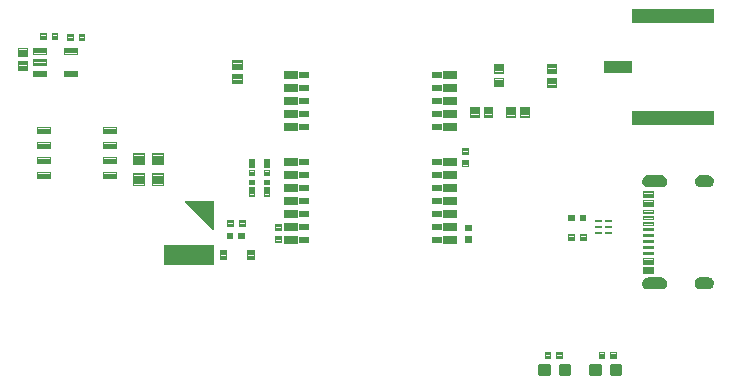
<source format=gtp>
G04 EAGLE Gerber RS-274X export*
G75*
%MOMM*%
%FSLAX34Y34*%
%LPD*%
%INSolderpaste Top*%
%IPPOS*%
%AMOC8*
5,1,8,0,0,1.08239X$1,22.5*%
G01*
%ADD10C,0.102000*%
%ADD11R,4.200000X1.700000*%
%ADD12C,0.100000*%
%ADD13C,0.300000*%
%ADD14C,0.100800*%
%ADD15C,0.099000*%
%ADD16R,1.200000X0.800000*%
%ADD17R,0.900000X0.600000*%
%ADD18C,0.102500*%
%ADD19R,2.400000X1.100000*%
%ADD20R,7.000000X1.250000*%

G36*
X222693Y128802D02*
X222693Y128802D01*
X222720Y128804D01*
X222755Y128830D01*
X222795Y128848D01*
X222810Y128871D01*
X222832Y128887D01*
X222848Y128928D01*
X222872Y128965D01*
X222879Y129008D01*
X222882Y129017D01*
X222881Y129024D01*
X222883Y129038D01*
X222883Y153038D01*
X222878Y153054D01*
X222881Y153071D01*
X222859Y153121D01*
X222844Y153172D01*
X222831Y153183D01*
X222824Y153199D01*
X222779Y153229D01*
X222739Y153264D01*
X222722Y153267D01*
X222708Y153276D01*
X222634Y153287D01*
X198634Y153287D01*
X198592Y153275D01*
X198548Y153272D01*
X198526Y153256D01*
X198500Y153248D01*
X198471Y153215D01*
X198436Y153189D01*
X198426Y153163D01*
X198408Y153143D01*
X198401Y153099D01*
X198386Y153059D01*
X198391Y153032D01*
X198387Y153005D01*
X198405Y152964D01*
X198414Y152922D01*
X198440Y152886D01*
X198444Y152877D01*
X198449Y152873D01*
X198458Y152862D01*
X222458Y128862D01*
X222496Y128841D01*
X222529Y128812D01*
X222556Y128808D01*
X222580Y128795D01*
X222624Y128798D01*
X222667Y128791D01*
X222693Y128802D01*
G37*
G36*
X602955Y165156D02*
X602955Y165156D01*
X602959Y165152D01*
X603903Y165371D01*
X603909Y165377D01*
X603914Y165375D01*
X604786Y165799D01*
X604789Y165806D01*
X604795Y165804D01*
X605551Y166411D01*
X605553Y166419D01*
X605559Y166419D01*
X606160Y167179D01*
X606160Y167188D01*
X606166Y167189D01*
X606584Y168064D01*
X606582Y168072D01*
X606587Y168074D01*
X606800Y169020D01*
X606797Y169026D01*
X606799Y169028D01*
X606798Y169029D01*
X606801Y169031D01*
X606797Y170000D01*
X606797Y170001D01*
X606778Y171069D01*
X606773Y171076D01*
X606777Y171080D01*
X606521Y172117D01*
X606514Y172122D01*
X606517Y172128D01*
X606036Y173082D01*
X606029Y173086D01*
X606030Y173091D01*
X605349Y173915D01*
X605341Y173916D01*
X605341Y173922D01*
X604494Y174573D01*
X604486Y174573D01*
X604485Y174579D01*
X603514Y175026D01*
X603506Y175024D01*
X603504Y175029D01*
X602458Y175248D01*
X602456Y175247D01*
X602450Y175247D01*
X602448Y175249D01*
X590448Y175249D01*
X590445Y175247D01*
X590442Y175247D01*
X590440Y175249D01*
X589345Y175069D01*
X589339Y175063D01*
X589334Y175066D01*
X588306Y174647D01*
X588302Y174640D01*
X588297Y174642D01*
X587388Y174005D01*
X587386Y173997D01*
X587380Y173997D01*
X586636Y173174D01*
X586635Y173166D01*
X586629Y173165D01*
X586087Y172197D01*
X586088Y172188D01*
X586082Y172186D01*
X585769Y171122D01*
X585772Y171114D01*
X585767Y171111D01*
X585699Y170003D01*
X585703Y169997D01*
X585699Y169993D01*
X585869Y168885D01*
X585875Y168879D01*
X585872Y168874D01*
X586284Y167832D01*
X586291Y167828D01*
X586289Y167823D01*
X586923Y166898D01*
X586931Y166896D01*
X586930Y166890D01*
X587754Y166130D01*
X587762Y166129D01*
X587762Y166123D01*
X588734Y165566D01*
X588742Y165567D01*
X588744Y165561D01*
X589816Y165234D01*
X589824Y165237D01*
X589827Y165232D01*
X590944Y165151D01*
X590947Y165152D01*
X590948Y165151D01*
X602948Y165151D01*
X602955Y165156D01*
G37*
G36*
X602453Y78754D02*
X602453Y78754D01*
X602456Y78751D01*
X603452Y78909D01*
X603458Y78915D01*
X603463Y78912D01*
X604399Y79287D01*
X604403Y79294D01*
X604409Y79292D01*
X605238Y79866D01*
X605241Y79874D01*
X605246Y79873D01*
X605927Y80617D01*
X605928Y80626D01*
X605934Y80626D01*
X606432Y81503D01*
X606431Y81512D01*
X606436Y81514D01*
X606549Y81889D01*
X606727Y82479D01*
X606727Y82480D01*
X606726Y82482D01*
X606724Y82487D01*
X606729Y82490D01*
X606797Y83497D01*
X606796Y83499D01*
X606797Y83500D01*
X606788Y84581D01*
X606783Y84588D01*
X606787Y84592D01*
X606538Y85644D01*
X606531Y85649D01*
X606534Y85654D01*
X606057Y86624D01*
X606049Y86627D01*
X606051Y86633D01*
X605370Y87472D01*
X605362Y87474D01*
X605362Y87480D01*
X604512Y88146D01*
X604503Y88147D01*
X604502Y88152D01*
X603525Y88613D01*
X603517Y88611D01*
X603514Y88617D01*
X602459Y88848D01*
X602456Y88847D01*
X602450Y88847D01*
X602448Y88849D01*
X590448Y88849D01*
X590445Y88847D01*
X590441Y88847D01*
X590440Y88849D01*
X589334Y88656D01*
X589329Y88650D01*
X589324Y88653D01*
X588289Y88220D01*
X588285Y88213D01*
X588280Y88215D01*
X587367Y87562D01*
X587365Y87554D01*
X587359Y87555D01*
X586615Y86716D01*
X586614Y86707D01*
X586609Y86707D01*
X586070Y85723D01*
X586071Y85715D01*
X586066Y85713D01*
X586050Y85659D01*
X585869Y85019D01*
X585759Y84634D01*
X585762Y84627D01*
X585759Y84625D01*
X585759Y84624D01*
X585757Y84623D01*
X585699Y83503D01*
X585702Y83498D01*
X585699Y83495D01*
X585817Y82449D01*
X585823Y82443D01*
X585819Y82438D01*
X586167Y81444D01*
X586174Y81440D01*
X586172Y81435D01*
X586732Y80543D01*
X586739Y80541D01*
X586739Y80535D01*
X587483Y79791D01*
X587491Y79789D01*
X587491Y79784D01*
X588383Y79224D01*
X588391Y79224D01*
X588392Y79219D01*
X589386Y78871D01*
X589394Y78874D01*
X589397Y78869D01*
X590443Y78751D01*
X590446Y78753D01*
X590448Y78751D01*
X602448Y78751D01*
X602453Y78754D01*
G37*
G36*
X641754Y165155D02*
X641754Y165155D01*
X641757Y165152D01*
X642838Y165364D01*
X642843Y165370D01*
X642848Y165367D01*
X643854Y165814D01*
X643858Y165821D01*
X643864Y165819D01*
X644745Y166479D01*
X644748Y166487D01*
X644753Y166487D01*
X645466Y167326D01*
X645466Y167334D01*
X645472Y167335D01*
X645980Y168312D01*
X645979Y168320D01*
X645984Y168322D01*
X646262Y169387D01*
X646259Y169395D01*
X646263Y169398D01*
X646297Y170499D01*
X646294Y170504D01*
X646297Y170507D01*
X646142Y171583D01*
X646136Y171588D01*
X646139Y171593D01*
X645749Y172607D01*
X645742Y172611D01*
X645744Y172617D01*
X645137Y173519D01*
X645129Y173521D01*
X645130Y173527D01*
X644338Y174271D01*
X644330Y174272D01*
X644330Y174278D01*
X643392Y174827D01*
X643384Y174826D01*
X643382Y174832D01*
X642346Y175159D01*
X642338Y175156D01*
X642335Y175161D01*
X641252Y175249D01*
X641249Y175247D01*
X641248Y175249D01*
X635248Y175249D01*
X635245Y175247D01*
X635243Y175247D01*
X635242Y175249D01*
X634109Y175099D01*
X634103Y175093D01*
X634098Y175096D01*
X633028Y174698D01*
X633024Y174691D01*
X633018Y174693D01*
X632063Y174066D01*
X632060Y174058D01*
X632055Y174059D01*
X631263Y173236D01*
X631262Y173228D01*
X631256Y173227D01*
X630667Y172248D01*
X630668Y172240D01*
X630663Y172238D01*
X630307Y171153D01*
X630310Y171145D01*
X630305Y171142D01*
X630199Y170005D01*
X630204Y169996D01*
X630200Y169991D01*
X630407Y168854D01*
X630413Y168848D01*
X630410Y168843D01*
X630865Y167781D01*
X630872Y167777D01*
X630870Y167771D01*
X631550Y166836D01*
X631558Y166834D01*
X631557Y166828D01*
X632428Y166068D01*
X632436Y166068D01*
X632437Y166062D01*
X633456Y165515D01*
X633464Y165516D01*
X633466Y165511D01*
X634580Y165204D01*
X634588Y165207D01*
X634591Y165202D01*
X635746Y165151D01*
X635747Y165152D01*
X635748Y165151D01*
X641748Y165151D01*
X641754Y165155D01*
G37*
G36*
X641252Y78754D02*
X641252Y78754D01*
X641254Y78751D01*
X642387Y78901D01*
X642393Y78907D01*
X642398Y78904D01*
X643468Y79302D01*
X643472Y79309D01*
X643478Y79307D01*
X644433Y79934D01*
X644436Y79942D01*
X644441Y79941D01*
X645233Y80764D01*
X645234Y80772D01*
X645240Y80773D01*
X645829Y81752D01*
X645828Y81760D01*
X645833Y81762D01*
X646189Y82847D01*
X646187Y82855D01*
X646191Y82858D01*
X646297Y83995D01*
X646293Y84002D01*
X646297Y84007D01*
X646152Y85094D01*
X646146Y85100D01*
X646149Y85105D01*
X645766Y86133D01*
X645759Y86138D01*
X645761Y86143D01*
X645158Y87060D01*
X645150Y87063D01*
X645151Y87069D01*
X644359Y87829D01*
X644351Y87830D01*
X644350Y87836D01*
X643409Y88400D01*
X643401Y88399D01*
X643399Y88405D01*
X642356Y88746D01*
X642348Y88744D01*
X642345Y88748D01*
X641253Y88849D01*
X641250Y88847D01*
X641248Y88849D01*
X635248Y88849D01*
X635245Y88847D01*
X635244Y88849D01*
X634151Y88748D01*
X634145Y88743D01*
X634140Y88746D01*
X633097Y88405D01*
X633092Y88398D01*
X633087Y88400D01*
X632146Y87836D01*
X632143Y87828D01*
X632137Y87829D01*
X631345Y87069D01*
X631344Y87061D01*
X631338Y87060D01*
X630736Y86143D01*
X630736Y86135D01*
X630731Y86133D01*
X630347Y85105D01*
X630349Y85097D01*
X630344Y85094D01*
X630199Y84007D01*
X630203Y83999D01*
X630199Y83995D01*
X630305Y82858D01*
X630310Y82852D01*
X630307Y82847D01*
X630663Y81762D01*
X630670Y81757D01*
X630667Y81752D01*
X631256Y80773D01*
X631264Y80770D01*
X631263Y80764D01*
X632055Y79941D01*
X632063Y79940D01*
X632063Y79934D01*
X633018Y79307D01*
X633026Y79308D01*
X633028Y79302D01*
X634098Y78904D01*
X634106Y78906D01*
X634109Y78901D01*
X635242Y78751D01*
X635246Y78754D01*
X635248Y78751D01*
X641248Y78751D01*
X641252Y78754D01*
G37*
D10*
X244064Y137364D02*
X249044Y137364D01*
X249044Y132384D01*
X244064Y132384D01*
X244064Y137364D01*
X244064Y133353D02*
X249044Y133353D01*
X249044Y134322D02*
X244064Y134322D01*
X244064Y135291D02*
X249044Y135291D01*
X249044Y136260D02*
X244064Y136260D01*
X244064Y137229D02*
X249044Y137229D01*
X239044Y137364D02*
X234064Y137364D01*
X239044Y137364D02*
X239044Y132384D01*
X234064Y132384D01*
X234064Y137364D01*
X234064Y133353D02*
X239044Y133353D01*
X239044Y134322D02*
X234064Y134322D01*
X234064Y135291D02*
X239044Y135291D01*
X239044Y136260D02*
X234064Y136260D01*
X234064Y137229D02*
X239044Y137229D01*
D11*
X201834Y107738D03*
D12*
X163758Y167348D02*
X163758Y177348D01*
X163758Y167348D02*
X154758Y167348D01*
X154758Y177348D01*
X163758Y177348D01*
X163758Y168298D02*
X154758Y168298D01*
X154758Y169248D02*
X163758Y169248D01*
X163758Y170198D02*
X154758Y170198D01*
X154758Y171148D02*
X163758Y171148D01*
X163758Y172098D02*
X154758Y172098D01*
X154758Y173048D02*
X163758Y173048D01*
X163758Y173998D02*
X154758Y173998D01*
X154758Y174948D02*
X163758Y174948D01*
X163758Y175898D02*
X154758Y175898D01*
X154758Y176848D02*
X163758Y176848D01*
X163758Y184348D02*
X163758Y194348D01*
X163758Y184348D02*
X154758Y184348D01*
X154758Y194348D01*
X163758Y194348D01*
X163758Y185298D02*
X154758Y185298D01*
X154758Y186248D02*
X163758Y186248D01*
X163758Y187198D02*
X154758Y187198D01*
X154758Y188148D02*
X163758Y188148D01*
X163758Y189098D02*
X154758Y189098D01*
X154758Y190048D02*
X163758Y190048D01*
X163758Y190998D02*
X154758Y190998D01*
X154758Y191948D02*
X163758Y191948D01*
X163758Y192898D02*
X154758Y192898D01*
X154758Y193848D02*
X163758Y193848D01*
X179760Y177348D02*
X179760Y167348D01*
X170760Y167348D01*
X170760Y177348D01*
X179760Y177348D01*
X179760Y168298D02*
X170760Y168298D01*
X170760Y169248D02*
X179760Y169248D01*
X179760Y170198D02*
X170760Y170198D01*
X170760Y171148D02*
X179760Y171148D01*
X179760Y172098D02*
X170760Y172098D01*
X170760Y173048D02*
X179760Y173048D01*
X179760Y173998D02*
X170760Y173998D01*
X170760Y174948D02*
X179760Y174948D01*
X179760Y175898D02*
X170760Y175898D01*
X170760Y176848D02*
X179760Y176848D01*
X179760Y184348D02*
X179760Y194348D01*
X179760Y184348D02*
X170760Y184348D01*
X170760Y194348D01*
X179760Y194348D01*
X179760Y185298D02*
X170760Y185298D01*
X170760Y186248D02*
X179760Y186248D01*
X179760Y187198D02*
X170760Y187198D01*
X170760Y188148D02*
X179760Y188148D01*
X179760Y189098D02*
X170760Y189098D01*
X170760Y190048D02*
X179760Y190048D01*
X179760Y190998D02*
X170760Y190998D01*
X170760Y191948D02*
X179760Y191948D01*
X179760Y192898D02*
X170760Y192898D01*
X170760Y193848D02*
X179760Y193848D01*
D13*
X560260Y13914D02*
X560260Y6914D01*
X560260Y13914D02*
X567260Y13914D01*
X567260Y6914D01*
X560260Y6914D01*
X560260Y9764D02*
X567260Y9764D01*
X567260Y12614D02*
X560260Y12614D01*
X542720Y13914D02*
X542720Y6914D01*
X542720Y13914D02*
X549720Y13914D01*
X549720Y6914D01*
X542720Y6914D01*
X542720Y9764D02*
X549720Y9764D01*
X549720Y12614D02*
X542720Y12614D01*
D14*
X233716Y104304D02*
X228424Y104304D01*
X228424Y111596D01*
X233716Y111596D01*
X233716Y104304D01*
X233716Y105262D02*
X228424Y105262D01*
X228424Y106220D02*
X233716Y106220D01*
X233716Y107178D02*
X228424Y107178D01*
X228424Y108136D02*
X233716Y108136D01*
X233716Y109094D02*
X228424Y109094D01*
X228424Y110052D02*
X233716Y110052D01*
X233716Y111010D02*
X228424Y111010D01*
X251424Y104304D02*
X256716Y104304D01*
X251424Y104304D02*
X251424Y111596D01*
X256716Y111596D01*
X256716Y104304D01*
X256716Y105262D02*
X251424Y105262D01*
X251424Y106220D02*
X256716Y106220D01*
X256716Y107178D02*
X251424Y107178D01*
X251424Y108136D02*
X256716Y108136D01*
X256716Y109094D02*
X251424Y109094D01*
X251424Y110052D02*
X256716Y110052D01*
X256716Y111010D02*
X251424Y111010D01*
D10*
X248790Y126696D02*
X243810Y126696D01*
X248790Y126696D02*
X248790Y121716D01*
X243810Y121716D01*
X243810Y126696D01*
X243810Y122685D02*
X248790Y122685D01*
X248790Y123654D02*
X243810Y123654D01*
X243810Y124623D02*
X248790Y124623D01*
X248790Y125592D02*
X243810Y125592D01*
X243810Y126561D02*
X248790Y126561D01*
X238790Y126696D02*
X233810Y126696D01*
X238790Y126696D02*
X238790Y121716D01*
X233810Y121716D01*
X233810Y126696D01*
X233810Y122685D02*
X238790Y122685D01*
X238790Y123654D02*
X233810Y123654D01*
X233810Y124623D02*
X238790Y124623D01*
X238790Y125592D02*
X233810Y125592D01*
X233810Y126561D02*
X238790Y126561D01*
X548770Y20370D02*
X553750Y20370D01*
X548770Y20370D02*
X548770Y25350D01*
X553750Y25350D01*
X553750Y20370D01*
X553750Y21339D02*
X548770Y21339D01*
X548770Y22308D02*
X553750Y22308D01*
X553750Y23277D02*
X548770Y23277D01*
X548770Y24246D02*
X553750Y24246D01*
X553750Y25215D02*
X548770Y25215D01*
X558770Y20370D02*
X563750Y20370D01*
X558770Y20370D02*
X558770Y25350D01*
X563750Y25350D01*
X563750Y20370D01*
X563750Y21339D02*
X558770Y21339D01*
X558770Y22308D02*
X563750Y22308D01*
X563750Y23277D02*
X558770Y23277D01*
X558770Y24246D02*
X563750Y24246D01*
X563750Y25215D02*
X558770Y25215D01*
X103408Y289864D02*
X98428Y289864D01*
X98428Y294844D01*
X103408Y294844D01*
X103408Y289864D01*
X103408Y290833D02*
X98428Y290833D01*
X98428Y291802D02*
X103408Y291802D01*
X103408Y292771D02*
X98428Y292771D01*
X98428Y293740D02*
X103408Y293740D01*
X103408Y294709D02*
X98428Y294709D01*
X108428Y289864D02*
X113408Y289864D01*
X108428Y289864D02*
X108428Y294844D01*
X113408Y294844D01*
X113408Y289864D01*
X113408Y290833D02*
X108428Y290833D01*
X108428Y291802D02*
X113408Y291802D01*
X113408Y292771D02*
X108428Y292771D01*
X108428Y293740D02*
X113408Y293740D01*
X113408Y294709D02*
X108428Y294709D01*
D13*
X517080Y13914D02*
X517080Y6914D01*
X517080Y13914D02*
X524080Y13914D01*
X524080Y6914D01*
X517080Y6914D01*
X517080Y9764D02*
X524080Y9764D01*
X524080Y12614D02*
X517080Y12614D01*
X499540Y13914D02*
X499540Y6914D01*
X499540Y13914D02*
X506540Y13914D01*
X506540Y6914D01*
X499540Y6914D01*
X499540Y9764D02*
X506540Y9764D01*
X506540Y12614D02*
X499540Y12614D01*
D10*
X503050Y20624D02*
X508030Y20624D01*
X503050Y20624D02*
X503050Y25604D01*
X508030Y25604D01*
X508030Y20624D01*
X508030Y21593D02*
X503050Y21593D01*
X503050Y22562D02*
X508030Y22562D01*
X508030Y23531D02*
X503050Y23531D01*
X503050Y24500D02*
X508030Y24500D01*
X508030Y25469D02*
X503050Y25469D01*
X513050Y20624D02*
X518030Y20624D01*
X513050Y20624D02*
X513050Y25604D01*
X518030Y25604D01*
X518030Y20624D01*
X518030Y21593D02*
X513050Y21593D01*
X513050Y22562D02*
X518030Y22562D01*
X518030Y23531D02*
X513050Y23531D01*
X513050Y24500D02*
X518030Y24500D01*
X518030Y25469D02*
X513050Y25469D01*
D15*
X69886Y278263D02*
X69886Y282773D01*
X80896Y282773D01*
X80896Y278263D01*
X69886Y278263D01*
X69886Y279203D02*
X80896Y279203D01*
X80896Y280143D02*
X69886Y280143D01*
X69886Y281083D02*
X80896Y281083D01*
X80896Y282023D02*
X69886Y282023D01*
X69886Y273273D02*
X69886Y268763D01*
X69886Y273273D02*
X80896Y273273D01*
X80896Y268763D01*
X69886Y268763D01*
X69886Y269703D02*
X80896Y269703D01*
X80896Y270643D02*
X69886Y270643D01*
X69886Y271583D02*
X80896Y271583D01*
X80896Y272523D02*
X69886Y272523D01*
X69886Y263773D02*
X69886Y259263D01*
X69886Y263773D02*
X80896Y263773D01*
X80896Y259263D01*
X69886Y259263D01*
X69886Y260203D02*
X80896Y260203D01*
X80896Y261143D02*
X69886Y261143D01*
X69886Y262083D02*
X80896Y262083D01*
X80896Y263023D02*
X69886Y263023D01*
X95888Y263773D02*
X95888Y259263D01*
X95888Y263773D02*
X106898Y263773D01*
X106898Y259263D01*
X95888Y259263D01*
X95888Y260203D02*
X106898Y260203D01*
X106898Y261143D02*
X95888Y261143D01*
X95888Y262083D02*
X106898Y262083D01*
X106898Y263023D02*
X95888Y263023D01*
X95888Y278263D02*
X95888Y282773D01*
X106898Y282773D01*
X106898Y278263D01*
X95888Y278263D01*
X95888Y279203D02*
X106898Y279203D01*
X106898Y280143D02*
X95888Y280143D01*
X95888Y281083D02*
X106898Y281083D01*
X106898Y282023D02*
X95888Y282023D01*
D10*
X90548Y295606D02*
X85568Y295606D01*
X90548Y295606D02*
X90548Y290626D01*
X85568Y290626D01*
X85568Y295606D01*
X85568Y291595D02*
X90548Y291595D01*
X90548Y292564D02*
X85568Y292564D01*
X85568Y293533D02*
X90548Y293533D01*
X90548Y294502D02*
X85568Y294502D01*
X85568Y295471D02*
X90548Y295471D01*
X80548Y295606D02*
X75568Y295606D01*
X80548Y295606D02*
X80548Y290626D01*
X75568Y290626D01*
X75568Y295606D01*
X75568Y291595D02*
X80548Y291595D01*
X80548Y292564D02*
X75568Y292564D01*
X75568Y293533D02*
X80548Y293533D01*
X80548Y294502D02*
X75568Y294502D01*
X75568Y295471D02*
X80548Y295471D01*
X532608Y141936D02*
X537588Y141936D01*
X537588Y136956D01*
X532608Y136956D01*
X532608Y141936D01*
X532608Y137925D02*
X537588Y137925D01*
X537588Y138894D02*
X532608Y138894D01*
X532608Y139863D02*
X537588Y139863D01*
X537588Y140832D02*
X532608Y140832D01*
X532608Y141801D02*
X537588Y141801D01*
X527588Y141936D02*
X522608Y141936D01*
X527588Y141936D02*
X527588Y136956D01*
X522608Y136956D01*
X522608Y141936D01*
X522608Y137925D02*
X527588Y137925D01*
X527588Y138894D02*
X522608Y138894D01*
X522608Y139863D02*
X527588Y139863D01*
X527588Y140832D02*
X522608Y140832D01*
X522608Y141801D02*
X527588Y141801D01*
X533116Y125426D02*
X538096Y125426D01*
X538096Y120446D01*
X533116Y120446D01*
X533116Y125426D01*
X533116Y121415D02*
X538096Y121415D01*
X538096Y122384D02*
X533116Y122384D01*
X533116Y123353D02*
X538096Y123353D01*
X538096Y124322D02*
X533116Y124322D01*
X533116Y125291D02*
X538096Y125291D01*
X528096Y125426D02*
X523116Y125426D01*
X528096Y125426D02*
X528096Y120446D01*
X523116Y120446D01*
X523116Y125426D01*
X523116Y121415D02*
X528096Y121415D01*
X528096Y122384D02*
X523116Y122384D01*
X523116Y123353D02*
X528096Y123353D01*
X528096Y124322D02*
X523116Y124322D01*
X523116Y125291D02*
X528096Y125291D01*
X432878Y193380D02*
X432878Y198360D01*
X437858Y198360D01*
X437858Y193380D01*
X432878Y193380D01*
X432878Y194349D02*
X437858Y194349D01*
X437858Y195318D02*
X432878Y195318D01*
X432878Y196287D02*
X437858Y196287D01*
X437858Y197256D02*
X432878Y197256D01*
X432878Y198225D02*
X437858Y198225D01*
X432878Y188360D02*
X432878Y183380D01*
X432878Y188360D02*
X437858Y188360D01*
X437858Y183380D01*
X432878Y183380D01*
X432878Y184349D02*
X437858Y184349D01*
X437858Y185318D02*
X432878Y185318D01*
X432878Y186287D02*
X437858Y186287D01*
X437858Y187256D02*
X432878Y187256D01*
X432878Y188225D02*
X437858Y188225D01*
D16*
X422600Y120500D03*
D17*
X412100Y120500D03*
D16*
X422600Y131500D03*
D17*
X412100Y131500D03*
D16*
X422600Y142500D03*
D17*
X412100Y142500D03*
D16*
X422600Y153500D03*
D17*
X412100Y153500D03*
D16*
X422600Y164500D03*
D17*
X412100Y164500D03*
D16*
X422600Y175500D03*
D17*
X412100Y175500D03*
D16*
X422600Y186500D03*
D17*
X412100Y186500D03*
D16*
X422600Y216500D03*
D17*
X412100Y216500D03*
D16*
X422600Y227500D03*
D17*
X412100Y227500D03*
D16*
X422600Y238500D03*
D17*
X412100Y238500D03*
D16*
X422600Y249500D03*
D17*
X412100Y249500D03*
D16*
X422600Y260500D03*
D17*
X412100Y260500D03*
D16*
X288600Y186500D03*
D17*
X299100Y186500D03*
D16*
X288600Y175500D03*
D17*
X299100Y175500D03*
D16*
X288600Y164500D03*
D17*
X299100Y164500D03*
D16*
X288600Y153500D03*
D17*
X299100Y153500D03*
D16*
X288600Y142500D03*
D17*
X299100Y142500D03*
D16*
X288600Y131500D03*
D17*
X299100Y131500D03*
D16*
X288600Y120500D03*
D17*
X299100Y120500D03*
D16*
X288600Y260500D03*
D17*
X299100Y260500D03*
D16*
X288600Y249500D03*
D17*
X299100Y249500D03*
D16*
X288600Y238500D03*
D17*
X299100Y238500D03*
D16*
X288600Y227500D03*
D17*
X299100Y227500D03*
D16*
X288600Y216500D03*
D17*
X299100Y216500D03*
D18*
X553962Y127564D02*
X559038Y127564D01*
X559038Y126088D01*
X553962Y126088D01*
X553962Y127564D01*
X553962Y127062D02*
X559038Y127062D01*
X559038Y132564D02*
X554462Y132564D01*
X559038Y132564D02*
X559038Y131088D01*
X554462Y131088D01*
X554462Y132564D01*
X554462Y132062D02*
X559038Y132062D01*
X559038Y137564D02*
X554462Y137564D01*
X559038Y137564D02*
X559038Y136088D01*
X554462Y136088D01*
X554462Y137564D01*
X554462Y137062D02*
X559038Y137062D01*
X550438Y136088D02*
X545862Y136088D01*
X545862Y137564D01*
X550438Y137564D01*
X550438Y136088D01*
X550438Y137062D02*
X545862Y137062D01*
X545862Y131088D02*
X550438Y131088D01*
X545862Y131088D02*
X545862Y132564D01*
X550438Y132564D01*
X550438Y131088D01*
X550438Y132062D02*
X545862Y132062D01*
X545862Y126088D02*
X550438Y126088D01*
X545862Y126088D02*
X545862Y127564D01*
X550438Y127564D01*
X550438Y126088D01*
X550438Y127062D02*
X545862Y127062D01*
D10*
X595138Y133510D02*
X595138Y135490D01*
X595138Y133510D02*
X586158Y133510D01*
X586158Y135490D01*
X595138Y135490D01*
X595138Y134479D02*
X586158Y134479D01*
X586158Y135448D02*
X595138Y135448D01*
X595138Y130490D02*
X595138Y128510D01*
X586158Y128510D01*
X586158Y130490D01*
X595138Y130490D01*
X595138Y129479D02*
X586158Y129479D01*
X586158Y130448D02*
X595138Y130448D01*
X595138Y156760D02*
X595138Y161740D01*
X595138Y156760D02*
X586158Y156760D01*
X586158Y161740D01*
X595138Y161740D01*
X595138Y157729D02*
X586158Y157729D01*
X586158Y158698D02*
X595138Y158698D01*
X595138Y159667D02*
X586158Y159667D01*
X586158Y160636D02*
X595138Y160636D01*
X595138Y161605D02*
X586158Y161605D01*
X595138Y153990D02*
X595138Y149010D01*
X586158Y149010D01*
X586158Y153990D01*
X595138Y153990D01*
X595138Y149979D02*
X586158Y149979D01*
X586158Y150948D02*
X595138Y150948D01*
X595138Y151917D02*
X586158Y151917D01*
X586158Y152886D02*
X595138Y152886D01*
X595138Y153855D02*
X586158Y153855D01*
X595138Y145490D02*
X595138Y143510D01*
X586158Y143510D01*
X586158Y145490D01*
X595138Y145490D01*
X595138Y144479D02*
X586158Y144479D01*
X586158Y145448D02*
X595138Y145448D01*
X595138Y140490D02*
X595138Y138510D01*
X586158Y138510D01*
X586158Y140490D01*
X595138Y140490D01*
X595138Y139479D02*
X586158Y139479D01*
X586158Y140448D02*
X595138Y140448D01*
X586158Y120490D02*
X586158Y118510D01*
X586158Y120490D02*
X595138Y120490D01*
X595138Y118510D01*
X586158Y118510D01*
X586158Y119479D02*
X595138Y119479D01*
X595138Y120448D02*
X586158Y120448D01*
X586158Y123510D02*
X586158Y125490D01*
X595138Y125490D01*
X595138Y123510D01*
X586158Y123510D01*
X586158Y124479D02*
X595138Y124479D01*
X595138Y125448D02*
X586158Y125448D01*
X586158Y97240D02*
X586158Y92260D01*
X586158Y97240D02*
X595138Y97240D01*
X595138Y92260D01*
X586158Y92260D01*
X586158Y93229D02*
X595138Y93229D01*
X595138Y94198D02*
X586158Y94198D01*
X586158Y95167D02*
X595138Y95167D01*
X595138Y96136D02*
X586158Y96136D01*
X586158Y97105D02*
X595138Y97105D01*
X586158Y100010D02*
X586158Y104990D01*
X595138Y104990D01*
X595138Y100010D01*
X586158Y100010D01*
X586158Y100979D02*
X595138Y100979D01*
X595138Y101948D02*
X586158Y101948D01*
X586158Y102917D02*
X595138Y102917D01*
X595138Y103886D02*
X586158Y103886D01*
X586158Y104855D02*
X595138Y104855D01*
X586158Y108510D02*
X586158Y110490D01*
X595138Y110490D01*
X595138Y108510D01*
X586158Y108510D01*
X586158Y109479D02*
X595138Y109479D01*
X595138Y110448D02*
X586158Y110448D01*
X586158Y113510D02*
X586158Y115490D01*
X595138Y115490D01*
X595138Y113510D01*
X586158Y113510D01*
X586158Y114479D02*
X595138Y114479D01*
X595138Y115448D02*
X586158Y115448D01*
X435406Y128494D02*
X435406Y133474D01*
X440386Y133474D01*
X440386Y128494D01*
X435406Y128494D01*
X435406Y129463D02*
X440386Y129463D01*
X440386Y130432D02*
X435406Y130432D01*
X435406Y131401D02*
X440386Y131401D01*
X440386Y132370D02*
X435406Y132370D01*
X435406Y133339D02*
X440386Y133339D01*
X435406Y123474D02*
X435406Y118494D01*
X435406Y123474D02*
X440386Y123474D01*
X440386Y118494D01*
X435406Y118494D01*
X435406Y119463D02*
X440386Y119463D01*
X440386Y120432D02*
X435406Y120432D01*
X435406Y121401D02*
X440386Y121401D01*
X440386Y122370D02*
X435406Y122370D01*
X435406Y123339D02*
X440386Y123339D01*
D19*
X564984Y266700D03*
D20*
X611884Y309750D03*
X611884Y223650D03*
D10*
X459984Y262024D02*
X459984Y269504D01*
X467964Y269504D01*
X467964Y262024D01*
X459984Y262024D01*
X459984Y262993D02*
X467964Y262993D01*
X467964Y263962D02*
X459984Y263962D01*
X459984Y264931D02*
X467964Y264931D01*
X467964Y265900D02*
X459984Y265900D01*
X459984Y266869D02*
X467964Y266869D01*
X467964Y267838D02*
X459984Y267838D01*
X459984Y268807D02*
X467964Y268807D01*
X459984Y257904D02*
X459984Y250424D01*
X459984Y257904D02*
X467964Y257904D01*
X467964Y250424D01*
X459984Y250424D01*
X459984Y251393D02*
X467964Y251393D01*
X467964Y252362D02*
X459984Y252362D01*
X459984Y253331D02*
X467964Y253331D01*
X467964Y254300D02*
X459984Y254300D01*
X459984Y255269D02*
X467964Y255269D01*
X467964Y256238D02*
X459984Y256238D01*
X459984Y257207D02*
X467964Y257207D01*
X470476Y224810D02*
X477956Y224810D01*
X470476Y224810D02*
X470476Y232790D01*
X477956Y232790D01*
X477956Y224810D01*
X477956Y225779D02*
X470476Y225779D01*
X470476Y226748D02*
X477956Y226748D01*
X477956Y227717D02*
X470476Y227717D01*
X470476Y228686D02*
X477956Y228686D01*
X477956Y229655D02*
X470476Y229655D01*
X470476Y230624D02*
X477956Y230624D01*
X477956Y231593D02*
X470476Y231593D01*
X470476Y232562D02*
X477956Y232562D01*
X482076Y224810D02*
X489556Y224810D01*
X482076Y224810D02*
X482076Y232790D01*
X489556Y232790D01*
X489556Y224810D01*
X489556Y225779D02*
X482076Y225779D01*
X482076Y226748D02*
X489556Y226748D01*
X489556Y227717D02*
X482076Y227717D01*
X482076Y228686D02*
X489556Y228686D01*
X489556Y229655D02*
X482076Y229655D01*
X482076Y230624D02*
X489556Y230624D01*
X489556Y231593D02*
X482076Y231593D01*
X482076Y232562D02*
X489556Y232562D01*
X458880Y232690D02*
X451400Y232690D01*
X458880Y232690D02*
X458880Y224710D01*
X451400Y224710D01*
X451400Y232690D01*
X451400Y225679D02*
X458880Y225679D01*
X458880Y226648D02*
X451400Y226648D01*
X451400Y227617D02*
X458880Y227617D01*
X458880Y228586D02*
X451400Y228586D01*
X451400Y229555D02*
X458880Y229555D01*
X458880Y230524D02*
X451400Y230524D01*
X451400Y231493D02*
X458880Y231493D01*
X458880Y232462D02*
X451400Y232462D01*
X447280Y232690D02*
X439800Y232690D01*
X447280Y232690D02*
X447280Y224710D01*
X439800Y224710D01*
X439800Y232690D01*
X439800Y225679D02*
X447280Y225679D01*
X447280Y226648D02*
X439800Y226648D01*
X439800Y227617D02*
X447280Y227617D01*
X447280Y228586D02*
X439800Y228586D01*
X439800Y229555D02*
X447280Y229555D01*
X447280Y230524D02*
X439800Y230524D01*
X439800Y231493D02*
X447280Y231493D01*
X447280Y232462D02*
X439800Y232462D01*
X65204Y264272D02*
X65204Y271752D01*
X65204Y264272D02*
X57224Y264272D01*
X57224Y271752D01*
X65204Y271752D01*
X65204Y265241D02*
X57224Y265241D01*
X57224Y266210D02*
X65204Y266210D01*
X65204Y267179D02*
X57224Y267179D01*
X57224Y268148D02*
X65204Y268148D01*
X65204Y269117D02*
X57224Y269117D01*
X57224Y270086D02*
X65204Y270086D01*
X65204Y271055D02*
X57224Y271055D01*
X65204Y275872D02*
X65204Y283352D01*
X65204Y275872D02*
X57224Y275872D01*
X57224Y283352D01*
X65204Y283352D01*
X65204Y276841D02*
X57224Y276841D01*
X57224Y277810D02*
X65204Y277810D01*
X65204Y278779D02*
X57224Y278779D01*
X57224Y279748D02*
X65204Y279748D01*
X65204Y280717D02*
X57224Y280717D01*
X57224Y281686D02*
X65204Y281686D01*
X65204Y282655D02*
X57224Y282655D01*
D15*
X270075Y164987D02*
X270075Y157977D01*
X265565Y157977D01*
X265565Y164987D01*
X270075Y164987D01*
X270075Y158917D02*
X265565Y158917D01*
X265565Y159857D02*
X270075Y159857D01*
X270075Y160797D02*
X265565Y160797D01*
X265565Y161737D02*
X270075Y161737D01*
X270075Y162677D02*
X265565Y162677D01*
X265565Y163617D02*
X270075Y163617D01*
X270075Y164557D02*
X265565Y164557D01*
D12*
X270070Y167482D02*
X270070Y171482D01*
X270070Y167482D02*
X265570Y167482D01*
X265570Y171482D01*
X270070Y171482D01*
X270070Y168432D02*
X265570Y168432D01*
X265570Y169382D02*
X270070Y169382D01*
X270070Y170332D02*
X265570Y170332D01*
X265570Y171282D02*
X270070Y171282D01*
X270070Y175482D02*
X270070Y179482D01*
X270070Y175482D02*
X265570Y175482D01*
X265570Y179482D01*
X270070Y179482D01*
X270070Y176432D02*
X265570Y176432D01*
X265570Y177382D02*
X270070Y177382D01*
X270070Y178332D02*
X265570Y178332D01*
X265570Y179282D02*
X270070Y179282D01*
D15*
X270075Y181977D02*
X270075Y188987D01*
X270075Y181977D02*
X265565Y181977D01*
X265565Y188987D01*
X270075Y188987D01*
X270075Y182917D02*
X265565Y182917D01*
X265565Y183857D02*
X270075Y183857D01*
X270075Y184797D02*
X265565Y184797D01*
X265565Y185737D02*
X270075Y185737D01*
X270075Y186677D02*
X265565Y186677D01*
X265565Y187617D02*
X270075Y187617D01*
X270075Y188557D02*
X265565Y188557D01*
X257075Y188987D02*
X257075Y181977D01*
X252565Y181977D01*
X252565Y188987D01*
X257075Y188987D01*
X257075Y182917D02*
X252565Y182917D01*
X252565Y183857D02*
X257075Y183857D01*
X257075Y184797D02*
X252565Y184797D01*
X252565Y185737D02*
X257075Y185737D01*
X257075Y186677D02*
X252565Y186677D01*
X252565Y187617D02*
X257075Y187617D01*
X257075Y188557D02*
X252565Y188557D01*
D12*
X257070Y179482D02*
X257070Y175482D01*
X252570Y175482D01*
X252570Y179482D01*
X257070Y179482D01*
X257070Y176432D02*
X252570Y176432D01*
X252570Y177382D02*
X257070Y177382D01*
X257070Y178332D02*
X252570Y178332D01*
X252570Y179282D02*
X257070Y179282D01*
X257070Y171482D02*
X257070Y167482D01*
X252570Y167482D01*
X252570Y171482D01*
X257070Y171482D01*
X257070Y168432D02*
X252570Y168432D01*
X252570Y169382D02*
X257070Y169382D01*
X257070Y170332D02*
X252570Y170332D01*
X252570Y171282D02*
X257070Y171282D01*
D15*
X257075Y164987D02*
X257075Y157977D01*
X252565Y157977D01*
X252565Y164987D01*
X257075Y164987D01*
X257075Y158917D02*
X252565Y158917D01*
X252565Y159857D02*
X257075Y159857D01*
X257075Y160797D02*
X252565Y160797D01*
X252565Y161737D02*
X257075Y161737D01*
X257075Y162677D02*
X252565Y162677D01*
X252565Y163617D02*
X257075Y163617D01*
X257075Y164557D02*
X252565Y164557D01*
D10*
X246560Y253350D02*
X246560Y260830D01*
X246560Y253350D02*
X238580Y253350D01*
X238580Y260830D01*
X246560Y260830D01*
X246560Y254319D02*
X238580Y254319D01*
X238580Y255288D02*
X246560Y255288D01*
X246560Y256257D02*
X238580Y256257D01*
X238580Y257226D02*
X246560Y257226D01*
X246560Y258195D02*
X238580Y258195D01*
X238580Y259164D02*
X246560Y259164D01*
X246560Y260133D02*
X238580Y260133D01*
X246560Y264950D02*
X246560Y272430D01*
X246560Y264950D02*
X238580Y264950D01*
X238580Y272430D01*
X246560Y272430D01*
X246560Y265919D02*
X238580Y265919D01*
X238580Y266888D02*
X246560Y266888D01*
X246560Y267857D02*
X238580Y267857D01*
X238580Y268826D02*
X246560Y268826D01*
X246560Y269795D02*
X238580Y269795D01*
X238580Y270764D02*
X246560Y270764D01*
X246560Y271733D02*
X238580Y271733D01*
X274878Y133982D02*
X274878Y129002D01*
X274878Y133982D02*
X279858Y133982D01*
X279858Y129002D01*
X274878Y129002D01*
X274878Y129971D02*
X279858Y129971D01*
X279858Y130940D02*
X274878Y130940D01*
X274878Y131909D02*
X279858Y131909D01*
X279858Y132878D02*
X274878Y132878D01*
X274878Y133847D02*
X279858Y133847D01*
X274878Y123982D02*
X274878Y119002D01*
X274878Y123982D02*
X279858Y123982D01*
X279858Y119002D01*
X274878Y119002D01*
X274878Y119971D02*
X279858Y119971D01*
X279858Y120940D02*
X274878Y120940D01*
X274878Y121909D02*
X279858Y121909D01*
X279858Y122878D02*
X274878Y122878D01*
X274878Y123847D02*
X279858Y123847D01*
X73190Y210870D02*
X73190Y215850D01*
X84170Y215850D01*
X84170Y210870D01*
X73190Y210870D01*
X73190Y211839D02*
X84170Y211839D01*
X84170Y212808D02*
X73190Y212808D01*
X73190Y213777D02*
X84170Y213777D01*
X84170Y214746D02*
X73190Y214746D01*
X73190Y215715D02*
X84170Y215715D01*
X73190Y203150D02*
X73190Y198170D01*
X73190Y203150D02*
X84170Y203150D01*
X84170Y198170D01*
X73190Y198170D01*
X73190Y199139D02*
X84170Y199139D01*
X84170Y200108D02*
X73190Y200108D01*
X73190Y201077D02*
X84170Y201077D01*
X84170Y202046D02*
X73190Y202046D01*
X73190Y203015D02*
X84170Y203015D01*
X73190Y190450D02*
X73190Y185470D01*
X73190Y190450D02*
X84170Y190450D01*
X84170Y185470D01*
X73190Y185470D01*
X73190Y186439D02*
X84170Y186439D01*
X84170Y187408D02*
X73190Y187408D01*
X73190Y188377D02*
X84170Y188377D01*
X84170Y189346D02*
X73190Y189346D01*
X73190Y190315D02*
X84170Y190315D01*
X73190Y177750D02*
X73190Y172770D01*
X73190Y177750D02*
X84170Y177750D01*
X84170Y172770D01*
X73190Y172770D01*
X73190Y173739D02*
X84170Y173739D01*
X84170Y174708D02*
X73190Y174708D01*
X73190Y175677D02*
X84170Y175677D01*
X84170Y176646D02*
X73190Y176646D01*
X73190Y177615D02*
X84170Y177615D01*
X129190Y177750D02*
X129190Y172770D01*
X129190Y177750D02*
X140170Y177750D01*
X140170Y172770D01*
X129190Y172770D01*
X129190Y173739D02*
X140170Y173739D01*
X140170Y174708D02*
X129190Y174708D01*
X129190Y175677D02*
X140170Y175677D01*
X140170Y176646D02*
X129190Y176646D01*
X129190Y177615D02*
X140170Y177615D01*
X129190Y185470D02*
X129190Y190450D01*
X140170Y190450D01*
X140170Y185470D01*
X129190Y185470D01*
X129190Y186439D02*
X140170Y186439D01*
X140170Y187408D02*
X129190Y187408D01*
X129190Y188377D02*
X140170Y188377D01*
X140170Y189346D02*
X129190Y189346D01*
X129190Y190315D02*
X140170Y190315D01*
X129190Y198170D02*
X129190Y203150D01*
X140170Y203150D01*
X140170Y198170D01*
X129190Y198170D01*
X129190Y199139D02*
X140170Y199139D01*
X140170Y200108D02*
X129190Y200108D01*
X129190Y201077D02*
X140170Y201077D01*
X140170Y202046D02*
X129190Y202046D01*
X129190Y203015D02*
X140170Y203015D01*
X129190Y210870D02*
X129190Y215850D01*
X140170Y215850D01*
X140170Y210870D01*
X129190Y210870D01*
X129190Y211839D02*
X140170Y211839D01*
X140170Y212808D02*
X129190Y212808D01*
X129190Y213777D02*
X140170Y213777D01*
X140170Y214746D02*
X129190Y214746D01*
X129190Y215715D02*
X140170Y215715D01*
X512752Y250048D02*
X512752Y257528D01*
X512752Y250048D02*
X504772Y250048D01*
X504772Y257528D01*
X512752Y257528D01*
X512752Y251017D02*
X504772Y251017D01*
X504772Y251986D02*
X512752Y251986D01*
X512752Y252955D02*
X504772Y252955D01*
X504772Y253924D02*
X512752Y253924D01*
X512752Y254893D02*
X504772Y254893D01*
X504772Y255862D02*
X512752Y255862D01*
X512752Y256831D02*
X504772Y256831D01*
X512752Y261648D02*
X512752Y269128D01*
X512752Y261648D02*
X504772Y261648D01*
X504772Y269128D01*
X512752Y269128D01*
X512752Y262617D02*
X504772Y262617D01*
X504772Y263586D02*
X512752Y263586D01*
X512752Y264555D02*
X504772Y264555D01*
X504772Y265524D02*
X512752Y265524D01*
X512752Y266493D02*
X504772Y266493D01*
X504772Y267462D02*
X512752Y267462D01*
X512752Y268431D02*
X504772Y268431D01*
M02*

</source>
